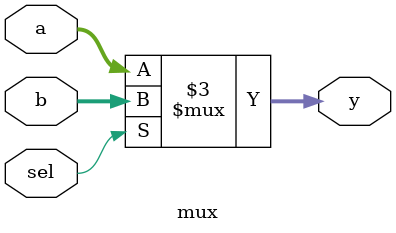
<source format=v>
module mux(
    input [31:0] a,
    input [31:0] b,
    input sel,
    output reg [31:0] y
);

always @ (*)
begin
    if (sel)
        y = b;
    else
        y = a;
end

endmodule

</source>
